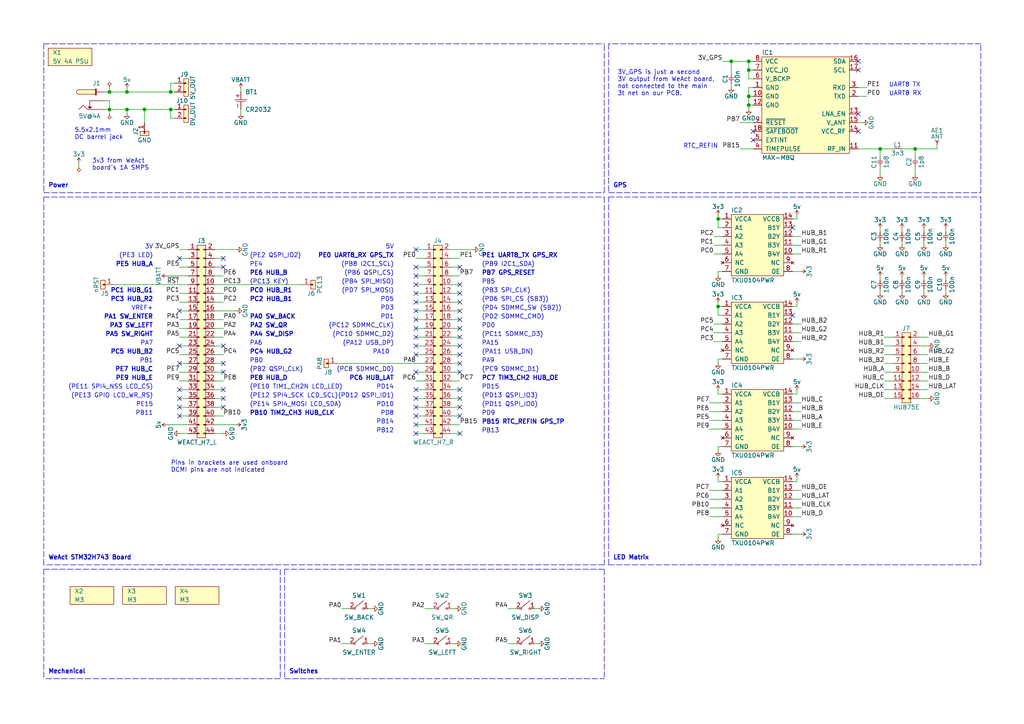
<source format=kicad_sch>
(kicad_sch (version 20210621) (generator eeschema)
  (paper "A4")
  (title_block (title "WalkClock") (date "2021-11-02") (rev "1"))
  (bus_alias "HUB75E" (members "R1" "G1" "B1" "R2" "G2" "B2" "A" "B" "C" "D" "E" "CLK" "LAT" "OE"))
  (junction (at 36.83 31.75) (diameter 0.9144))
  (junction (at 212.09 17.78))
  (junction (at 41.91 31.75) (diameter 0.9144))
  (junction (at 31.75 31.75) (diameter 0.9144))
  (junction (at 208.28 63.5) (diameter 0.9144))
  (junction (at 49.53 26.67) (diameter 0.9144))
  (junction (at 208.28 88.9) (diameter 0.9144))
  (junction (at 265.43 43.18) (diameter 0.9144))
  (junction (at 49.53 31.75) (diameter 0.9144))
  (junction (at 217.17 30.48) (diameter 0.9144))
  (junction (at 36.83 26.67) (diameter 0.9144))
  (junction (at 31.75 26.67) (diameter 0.9144))
  (junction (at 217.17 20.32) (diameter 0.9144))
  (junction (at 217.17 17.78) (diameter 0.9144))
  (junction (at 217.17 27.94) (diameter 0.9144))
  (junction (at 255.27 43.18) (diameter 0.9144))
  (no_connect (at 133.35 97.79))
  (no_connect (at 52.07 105.41))
  (no_connect (at 64.77 100.33))
  (no_connect (at 120.65 85.09))
  (no_connect (at 133.35 113.03))
  (no_connect (at 133.35 115.57))
  (no_connect (at 52.07 120.65))
  (no_connect (at 133.35 105.41))
  (no_connect (at 120.65 87.63))
  (no_connect (at 229.87 66.04))
  (no_connect (at 248.92 17.78))
  (no_connect (at 218.44 40.64))
  (no_connect (at 120.65 72.39))
  (no_connect (at 120.65 82.55))
  (no_connect (at 248.92 20.32))
  (no_connect (at 52.07 90.17))
  (no_connect (at 64.77 113.03))
  (no_connect (at 120.65 97.79))
  (no_connect (at 120.65 125.73))
  (no_connect (at 248.92 38.1))
  (no_connect (at 120.65 123.19))
  (no_connect (at 120.65 92.71))
  (no_connect (at 52.07 100.33))
  (no_connect (at 133.35 90.17))
  (no_connect (at 64.77 77.47))
  (no_connect (at 248.92 33.02))
  (no_connect (at 133.35 125.73))
  (no_connect (at 218.44 38.1))
  (no_connect (at 64.77 105.41))
  (no_connect (at 64.77 118.11))
  (no_connect (at 133.35 87.63))
  (no_connect (at 52.07 115.57))
  (no_connect (at 133.35 95.25))
  (no_connect (at 64.77 115.57))
  (no_connect (at 52.07 113.03))
  (no_connect (at 133.35 92.71))
  (no_connect (at 133.35 100.33))
  (no_connect (at 120.65 120.65))
  (no_connect (at 120.65 107.95))
  (no_connect (at 133.35 82.55))
  (no_connect (at 120.65 102.87))
  (no_connect (at 133.35 118.11))
  (no_connect (at 120.65 80.01))
  (no_connect (at 133.35 120.65))
  (no_connect (at 133.35 102.87))
  (no_connect (at 133.35 77.47))
  (no_connect (at 120.65 113.03))
  (no_connect (at 120.65 90.17))
  (no_connect (at 64.77 107.95))
  (no_connect (at 64.77 74.93))
  (no_connect (at 133.35 107.95))
  (no_connect (at 120.65 95.25))
  (no_connect (at 120.65 115.57))
  (no_connect (at 133.35 85.09))
  (no_connect (at 120.65 118.11))
  (no_connect (at 229.87 91.44))
  (no_connect (at 120.65 77.47))
  (no_connect (at 52.07 118.11))
  (no_connect (at 120.65 100.33))
  (no_connect (at 52.07 74.93))
  (wire (pts (xy 229.87 78.74) (xy 232.41 78.74)))
  (wire (pts (xy 205.74 142.24) (xy 209.55 142.24)))
  (wire (pts (xy 52.07 105.41) (xy 54.61 105.41)))
  (wire (pts (xy 120.65 110.49) (xy 123.19 110.49)))
  (wire (pts (xy 52.07 110.49) (xy 54.61 110.49)))
  (wire (pts (xy 256.54 97.79) (xy 259.08 97.79)))
  (wire (pts (xy 229.87 96.52) (xy 232.41 96.52)))
  (wire (pts (xy 214.63 35.56) (xy 218.44 35.56)))
  (wire (pts (xy 106.68 186.69) (xy 107.95 186.69)))
  (wire (pts (xy 48.26 123.19) (xy 54.61 123.19)))
  (wire (pts (xy 130.81 110.49) (xy 133.35 110.49)))
  (wire (pts (xy 248.92 43.18) (xy 255.27 43.18)))
  (wire (pts (xy 255.27 43.18) (xy 259.08 43.18)))
  (wire (pts (xy 229.87 144.78) (xy 232.41 144.78)))
  (wire (pts (xy 229.87 119.38) (xy 232.41 119.38)))
  (wire (pts (xy 62.23 85.09) (xy 64.77 85.09)))
  (polyline (pts (xy 12.7 12.7) (xy 12.7 55.88)) (stroke (width 0) (type dash)))
  (polyline (pts (xy 12.7 12.7) (xy 175.26 12.7)) (stroke (width 0) (type dash)))
  (polyline (pts (xy 12.7 55.88) (xy 175.26 55.88)) (stroke (width 0) (type dash)))
  (polyline (pts (xy 175.26 55.88) (xy 175.26 12.7)) (stroke (width 0) (type dash)))
  (wire (pts (xy 256.54 115.57) (xy 259.08 115.57)))
  (wire (pts (xy 229.87 154.94) (xy 232.41 154.94)))
  (wire (pts (xy 256.54 105.41) (xy 259.08 105.41)))
  (wire (pts (xy 123.19 176.53) (xy 125.73 176.53)))
  (wire (pts (xy 265.43 48.26) (xy 265.43 50.8)))
  (wire (pts (xy 255.27 69.85) (xy 255.27 71.12)))
  (wire (pts (xy 130.81 125.73) (xy 133.35 125.73)))
  (wire (pts (xy 52.07 74.93) (xy 54.61 74.93)))
  (wire (pts (xy 52.07 125.73) (xy 54.61 125.73)))
  (wire (pts (xy 120.65 87.63) (xy 123.19 87.63)))
  (wire (pts (xy 207.01 71.12) (xy 209.55 71.12)))
  (wire (pts (xy 217.17 25.4) (xy 218.44 25.4)))
  (wire (pts (xy 217.17 27.94) (xy 217.17 25.4)))
  (wire (pts (xy 217.17 30.48) (xy 217.17 27.94)))
  (wire (pts (xy 217.17 31.75) (xy 217.17 30.48)))
  (wire (pts (xy 248.92 27.94) (xy 251.46 27.94)))
  (wire (pts (xy 52.07 102.87) (xy 54.61 102.87)))
  (wire (pts (xy 120.65 113.03) (xy 123.19 113.03)))
  (wire (pts (xy 120.65 102.87) (xy 123.19 102.87)))
  (wire (pts (xy 231.14 62.23) (xy 231.14 63.5)))
  (wire (pts (xy 231.14 63.5) (xy 229.87 63.5)))
  (wire (pts (xy 36.83 26.67) (xy 49.53 26.67)))
  (wire (pts (xy 49.53 26.67) (xy 50.8 26.67)))
  (wire (pts (xy 267.97 66.04) (xy 267.97 67.31)))
  (wire (pts (xy 120.65 85.09) (xy 123.19 85.09)))
  (wire (pts (xy 266.7 105.41) (xy 269.24 105.41)))
  (polyline (pts (xy 176.53 12.7) (xy 176.53 55.88)) (stroke (width 0) (type dash)))
  (polyline (pts (xy 284.48 55.88) (xy 284.48 12.7)) (stroke (width 0) (type dash)))
  (polyline (pts (xy 176.53 55.88) (xy 284.48 55.88)) (stroke (width 0) (type dash)))
  (polyline (pts (xy 284.48 12.7) (xy 176.53 12.7)) (stroke (width 0) (type dash)))
  (wire (pts (xy 62.23 92.71) (xy 64.77 92.71)))
  (wire (pts (xy 255.27 66.04) (xy 255.27 67.31)))
  (wire (pts (xy 229.87 68.58) (xy 232.41 68.58)))
  (wire (pts (xy 274.32 80.01) (xy 274.32 81.28)))
  (wire (pts (xy 62.23 95.25) (xy 64.77 95.25)))
  (wire (pts (xy 154.94 176.53) (xy 156.21 176.53)))
  (wire (pts (xy 62.23 77.47) (xy 64.77 77.47)))
  (wire (pts (xy 62.23 113.03) (xy 64.77 113.03)))
  (wire (pts (xy 207.01 68.58) (xy 209.55 68.58)))
  (wire (pts (xy 62.23 118.11) (xy 64.77 118.11)))
  (wire (pts (xy 256.54 102.87) (xy 259.08 102.87)))
  (wire (pts (xy 266.7 102.87) (xy 269.24 102.87)))
  (wire (pts (xy 62.23 107.95) (xy 64.77 107.95)))
  (wire (pts (xy 62.23 110.49) (xy 64.77 110.49)))
  (wire (pts (xy 62.23 74.93) (xy 64.77 74.93)))
  (wire (pts (xy 120.65 107.95) (xy 123.19 107.95)))
  (wire (pts (xy 120.65 118.11) (xy 123.19 118.11)))
  (wire (pts (xy 255.27 80.01) (xy 255.27 81.28)))
  (wire (pts (xy 208.28 87.63) (xy 208.28 88.9)))
  (wire (pts (xy 208.28 88.9) (xy 209.55 88.9)))
  (wire (pts (xy 229.87 147.32) (xy 232.41 147.32)))
  (wire (pts (xy 130.81 92.71) (xy 133.35 92.71)))
  (wire (pts (xy 52.07 100.33) (xy 54.61 100.33)))
  (wire (pts (xy 48.26 80.01) (xy 54.61 80.01)))
  (wire (pts (xy 52.07 95.25) (xy 54.61 95.25)))
  (wire (pts (xy 41.91 31.75) (xy 41.91 35.56)))
  (wire (pts (xy 36.83 31.75) (xy 41.91 31.75)))
  (wire (pts (xy 62.23 102.87) (xy 64.77 102.87)))
  (wire (pts (xy 255.27 48.26) (xy 255.27 50.8)))
  (wire (pts (xy 130.81 107.95) (xy 133.35 107.95)))
  (wire (pts (xy 266.7 110.49) (xy 269.24 110.49)))
  (wire (pts (xy 205.74 116.84) (xy 209.55 116.84)))
  (wire (pts (xy 120.65 82.55) (xy 123.19 82.55)))
  (wire (pts (xy 248.92 25.4) (xy 251.46 25.4)))
  (wire (pts (xy 36.83 26.67) (xy 36.83 25.4)))
  (wire (pts (xy 62.23 97.79) (xy 64.77 97.79)))
  (wire (pts (xy 120.65 74.93) (xy 123.19 74.93)))
  (wire (pts (xy 229.87 142.24) (xy 232.41 142.24)))
  (polyline (pts (xy 176.53 57.15) (xy 284.48 57.15)) (stroke (width 0) (type dash)))
  (polyline (pts (xy 284.48 57.15) (xy 284.48 163.83)) (stroke (width 0) (type dash)))
  (polyline (pts (xy 176.53 163.83) (xy 176.53 57.15)) (stroke (width 0) (type dash)))
  (polyline (pts (xy 176.53 163.83) (xy 284.48 163.83)) (stroke (width 0) (type dash)))
  (wire (pts (xy 120.65 115.57) (xy 123.19 115.57)))
  (wire (pts (xy 130.81 77.47) (xy 133.35 77.47)))
  (wire (pts (xy 120.65 95.25) (xy 123.19 95.25)))
  (wire (pts (xy 212.09 17.78) (xy 217.17 17.78)))
  (wire (pts (xy 208.28 104.14) (xy 209.55 104.14)))
  (wire (pts (xy 208.28 105.41) (xy 208.28 104.14)))
  (wire (pts (xy 120.65 120.65) (xy 123.19 120.65)))
  (wire (pts (xy 261.62 80.01) (xy 261.62 81.28)))
  (wire (pts (xy 97.79 105.41) (xy 123.19 105.41)))
  (wire (pts (xy 217.17 17.78) (xy 218.44 17.78)))
  (wire (pts (xy 62.23 90.17) (xy 68.58 90.17)))
  (wire (pts (xy 214.63 43.18) (xy 218.44 43.18)))
  (wire (pts (xy 130.81 90.17) (xy 133.35 90.17)))
  (wire (pts (xy 62.23 100.33) (xy 64.77 100.33)))
  (wire (pts (xy 120.65 97.79) (xy 123.19 97.79)))
  (wire (pts (xy 106.68 176.53) (xy 107.95 176.53)))
  (wire (pts (xy 147.32 186.69) (xy 149.86 186.69)))
  (wire (pts (xy 256.54 107.95) (xy 259.08 107.95)))
  (wire (pts (xy 130.81 80.01) (xy 133.35 80.01)))
  (wire (pts (xy 33.02 82.55) (xy 54.61 82.55)))
  (wire (pts (xy 266.7 107.95) (xy 269.24 107.95)))
  (wire (pts (xy 205.74 147.32) (xy 209.55 147.32)))
  (wire (pts (xy 120.65 80.01) (xy 123.19 80.01)))
  (wire (pts (xy 123.19 186.69) (xy 125.73 186.69)))
  (wire (pts (xy 52.07 97.79) (xy 54.61 97.79)))
  (wire (pts (xy 120.65 100.33) (xy 123.19 100.33)))
  (wire (pts (xy 205.74 119.38) (xy 209.55 119.38)))
  (wire (pts (xy 147.32 176.53) (xy 149.86 176.53)))
  (wire (pts (xy 99.06 186.69) (xy 101.6 186.69)))
  (wire (pts (xy 130.81 74.93) (xy 133.35 74.93)))
  (wire (pts (xy 52.07 113.03) (xy 54.61 113.03)))
  (wire (pts (xy 130.81 82.55) (xy 133.35 82.55)))
  (wire (pts (xy 248.92 35.56) (xy 250.19 35.56)))
  (wire (pts (xy 62.23 105.41) (xy 64.77 105.41)))
  (wire (pts (xy 52.07 85.09) (xy 54.61 85.09)))
  (wire (pts (xy 30.48 26.67) (xy 31.75 26.67)))
  (wire (pts (xy 31.75 26.67) (xy 36.83 26.67)))
  (wire (pts (xy 261.62 69.85) (xy 261.62 71.12)))
  (wire (pts (xy 271.78 41.91) (xy 271.78 43.18)))
  (wire (pts (xy 130.81 118.11) (xy 133.35 118.11)))
  (wire (pts (xy 130.81 113.03) (xy 133.35 113.03)))
  (wire (pts (xy 52.07 92.71) (xy 54.61 92.71)))
  (wire (pts (xy 62.23 123.19) (xy 68.58 123.19)))
  (wire (pts (xy 130.81 120.65) (xy 133.35 120.65)))
  (wire (pts (xy 231.14 138.43) (xy 231.14 139.7)))
  (wire (pts (xy 231.14 139.7) (xy 229.87 139.7)))
  (wire (pts (xy 255.27 83.82) (xy 255.27 85.09)))
  (polyline (pts (xy 12.7 57.15) (xy 175.26 57.15)) (stroke (width 0) (type dash)))
  (polyline (pts (xy 175.26 163.83) (xy 12.7 163.83)) (stroke (width 0) (type dash)))
  (polyline (pts (xy 175.26 57.15) (xy 175.26 163.83)) (stroke (width 0) (type dash)))
  (polyline (pts (xy 12.7 163.83) (xy 12.7 57.15)) (stroke (width 0) (type dash)))
  (wire (pts (xy 52.07 107.95) (xy 54.61 107.95)))
  (wire (pts (xy 120.65 90.17) (xy 123.19 90.17)))
  (wire (pts (xy 266.7 100.33) (xy 269.24 100.33)))
  (wire (pts (xy 274.32 69.85) (xy 274.32 71.12)))
  (wire (pts (xy 130.81 97.79) (xy 133.35 97.79)))
  (wire (pts (xy 212.09 24.13) (xy 212.09 25.4)))
  (wire (pts (xy 62.23 125.73) (xy 64.77 125.73)))
  (wire (pts (xy 130.81 176.53) (xy 132.08 176.53)))
  (wire (pts (xy 62.23 87.63) (xy 64.77 87.63)))
  (wire (pts (xy 256.54 113.03) (xy 259.08 113.03)))
  (wire (pts (xy 217.17 20.32) (xy 217.17 22.86)))
  (wire (pts (xy 217.17 22.86) (xy 218.44 22.86)))
  (wire (pts (xy 217.17 17.78) (xy 217.17 20.32)))
  (wire (pts (xy 62.23 72.39) (xy 68.58 72.39)))
  (wire (pts (xy 229.87 114.3) (xy 231.14 114.3)))
  (wire (pts (xy 231.14 114.3) (xy 231.14 113.03)))
  (polyline (pts (xy 12.7 165.1) (xy 12.7 196.85)) (stroke (width 0) (type dash)))
  (polyline (pts (xy 12.7 165.1) (xy 81.28 165.1)) (stroke (width 0) (type dash)))
  (polyline (pts (xy 81.28 165.1) (xy 81.28 196.85)) (stroke (width 0) (type dash)))
  (polyline (pts (xy 81.28 196.85) (xy 12.7 196.85)) (stroke (width 0) (type dash)))
  (wire (pts (xy 52.07 87.63) (xy 54.61 87.63)))
  (wire (pts (xy 256.54 100.33) (xy 259.08 100.33)))
  (wire (pts (xy 261.62 43.18) (xy 265.43 43.18)))
  (wire (pts (xy 52.07 118.11) (xy 54.61 118.11)))
  (wire (pts (xy 130.81 186.69) (xy 132.08 186.69)))
  (wire (pts (xy 274.32 66.04) (xy 274.32 67.31)))
  (wire (pts (xy 265.43 43.18) (xy 271.78 43.18)))
  (wire (pts (xy 266.7 97.79) (xy 269.24 97.79)))
  (wire (pts (xy 52.07 72.39) (xy 54.61 72.39)))
  (wire (pts (xy 31.75 31.75) (xy 31.75 33.02)))
  (wire (pts (xy 217.17 30.48) (xy 218.44 30.48)))
  (wire (pts (xy 229.87 88.9) (xy 231.14 88.9)))
  (wire (pts (xy 231.14 88.9) (xy 231.14 87.63)))
  (wire (pts (xy 62.23 82.55) (xy 87.63 82.55)))
  (wire (pts (xy 205.74 124.46) (xy 209.55 124.46)))
  (wire (pts (xy 52.07 115.57) (xy 54.61 115.57)))
  (polyline (pts (xy 175.26 165.1) (xy 175.26 196.85)) (stroke (width 0) (type dash)))
  (polyline (pts (xy 82.55 196.85) (xy 175.26 196.85)) (stroke (width 0) (type dash)))
  (polyline (pts (xy 175.26 165.1) (xy 82.55 165.1)) (stroke (width 0) (type dash)))
  (polyline (pts (xy 82.55 165.1) (xy 82.55 196.85)) (stroke (width 0) (type dash)))
  (wire (pts (xy 209.55 17.78) (xy 212.09 17.78)))
  (wire (pts (xy 208.28 62.23) (xy 208.28 63.5)))
  (wire (pts (xy 208.28 63.5) (xy 209.55 63.5)))
  (wire (pts (xy 267.97 83.82) (xy 267.97 85.09)))
  (wire (pts (xy 229.87 99.06) (xy 232.41 99.06)))
  (wire (pts (xy 130.81 95.25) (xy 133.35 95.25)))
  (wire (pts (xy 229.87 93.98) (xy 232.41 93.98)))
  (wire (pts (xy 261.62 83.82) (xy 261.62 85.09)))
  (wire (pts (xy 120.65 77.47) (xy 123.19 77.47)))
  (wire (pts (xy 52.07 120.65) (xy 54.61 120.65)))
  (wire (pts (xy 50.8 34.29) (xy 49.53 34.29)))
  (wire (pts (xy 49.53 34.29) (xy 49.53 31.75)))
  (wire (pts (xy 205.74 144.78) (xy 209.55 144.78)))
  (wire (pts (xy 208.28 129.54) (xy 209.55 129.54)))
  (wire (pts (xy 208.28 130.81) (xy 208.28 129.54)))
  (wire (pts (xy 130.81 72.39) (xy 137.16 72.39)))
  (wire (pts (xy 120.65 92.71) (xy 123.19 92.71)))
  (wire (pts (xy 52.07 77.47) (xy 54.61 77.47)))
  (wire (pts (xy 208.28 154.94) (xy 209.55 154.94)))
  (wire (pts (xy 208.28 156.21) (xy 208.28 154.94)))
  (wire (pts (xy 31.75 31.75) (xy 36.83 31.75)))
  (wire (pts (xy 30.48 31.75) (xy 31.75 31.75)))
  (wire (pts (xy 130.81 85.09) (xy 133.35 85.09)))
  (wire (pts (xy 62.23 115.57) (xy 64.77 115.57)))
  (wire (pts (xy 120.65 125.73) (xy 123.19 125.73)))
  (wire (pts (xy 36.83 33.02) (xy 36.83 31.75)))
  (wire (pts (xy 229.87 149.86) (xy 232.41 149.86)))
  (wire (pts (xy 256.54 110.49) (xy 259.08 110.49)))
  (wire (pts (xy 120.65 72.39) (xy 123.19 72.39)))
  (wire (pts (xy 229.87 121.92) (xy 232.41 121.92)))
  (wire (pts (xy 229.87 116.84) (xy 232.41 116.84)))
  (wire (pts (xy 274.32 83.82) (xy 274.32 85.09)))
  (wire (pts (xy 229.87 129.54) (xy 232.41 129.54)))
  (wire (pts (xy 212.09 17.78) (xy 212.09 21.59)))
  (wire (pts (xy 130.81 105.41) (xy 133.35 105.41)))
  (wire (pts (xy 130.81 100.33) (xy 133.35 100.33)))
  (wire (pts (xy 208.28 91.44) (xy 208.28 88.9)))
  (wire (pts (xy 209.55 91.44) (xy 208.28 91.44)))
  (wire (pts (xy 52.07 90.17) (xy 54.61 90.17)))
  (wire (pts (xy 207.01 73.66) (xy 209.55 73.66)))
  (wire (pts (xy 130.81 102.87) (xy 133.35 102.87)))
  (wire (pts (xy 130.81 115.57) (xy 133.35 115.57)))
  (wire (pts (xy 267.97 80.01) (xy 267.97 81.28)))
  (wire (pts (xy 69.85 31.75) (xy 69.85 33.02)))
  (wire (pts (xy 207.01 99.06) (xy 209.55 99.06)))
  (wire (pts (xy 69.85 25.4) (xy 69.85 26.67)))
  (wire (pts (xy 207.01 93.98) (xy 209.55 93.98)))
  (wire (pts (xy 99.06 176.53) (xy 101.6 176.53)))
  (wire (pts (xy 265.43 43.18) (xy 265.43 45.72)))
  (wire (pts (xy 49.53 24.13) (xy 49.53 26.67)))
  (wire (pts (xy 50.8 24.13) (xy 49.53 24.13)))
  (wire (pts (xy 261.62 66.04) (xy 261.62 67.31)))
  (wire (pts (xy 120.65 123.19) (xy 123.19 123.19)))
  (wire (pts (xy 30.48 29.21) (xy 31.75 29.21)))
  (wire (pts (xy 31.75 29.21) (xy 31.75 31.75)))
  (wire (pts (xy 22.86 46.99) (xy 22.86 48.26)))
  (wire (pts (xy 255.27 43.18) (xy 255.27 45.72)))
  (wire (pts (xy 229.87 124.46) (xy 232.41 124.46)))
  (wire (pts (xy 229.87 73.66) (xy 232.41 73.66)))
  (wire (pts (xy 208.28 113.03) (xy 208.28 114.3)))
  (wire (pts (xy 208.28 114.3) (xy 209.55 114.3)))
  (wire (pts (xy 229.87 104.14) (xy 232.41 104.14)))
  (wire (pts (xy 207.01 96.52) (xy 209.55 96.52)))
  (wire (pts (xy 266.7 113.03) (xy 269.24 113.03)))
  (wire (pts (xy 208.28 138.43) (xy 208.28 139.7)))
  (wire (pts (xy 208.28 139.7) (xy 209.55 139.7)))
  (wire (pts (xy 49.53 31.75) (xy 50.8 31.75)))
  (wire (pts (xy 41.91 31.75) (xy 49.53 31.75)))
  (wire (pts (xy 266.7 115.57) (xy 269.24 115.57)))
  (wire (pts (xy 205.74 149.86) (xy 209.55 149.86)))
  (wire (pts (xy 208.28 78.74) (xy 209.55 78.74)))
  (wire (pts (xy 208.28 80.01) (xy 208.28 78.74)))
  (wire (pts (xy 217.17 27.94) (xy 218.44 27.94)))
  (wire (pts (xy 208.28 66.04) (xy 208.28 63.5)))
  (wire (pts (xy 209.55 66.04) (xy 208.28 66.04)))
  (wire (pts (xy 130.81 87.63) (xy 133.35 87.63)))
  (wire (pts (xy 130.81 123.19) (xy 133.35 123.19)))
  (wire (pts (xy 229.87 71.12) (xy 232.41 71.12)))
  (wire (pts (xy 62.23 80.01) (xy 64.77 80.01)))
  (wire (pts (xy 31.75 25.4) (xy 31.75 26.67)))
  (wire (pts (xy 62.23 120.65) (xy 64.77 120.65)))
  (wire (pts (xy 267.97 69.85) (xy 267.97 71.12)))
  (wire (pts (xy 217.17 20.32) (xy 218.44 20.32)))
  (wire (pts (xy 205.74 121.92) (xy 209.55 121.92)))
  (wire (pts (xy 154.94 186.69) (xy 156.21 186.69)))
  (text "(PE11 SPI4_NSS LCD_CS)" (at 44.45 113.03 180) (effects (font (size 1.27 1.27)) (justify right bottom)))
  (text "(PA11 USB_DN)" (at 139.7 102.87 0) (effects (font (size 1.27 1.27)) (justify left bottom)))
  (text "5V" (at 114.3 72.39 180) (effects (font (size 1.27 1.27)) (justify right bottom)))
  (text "PD14" (at 114.3 113.03 180) (effects (font (size 1.27 1.27)) (justify right bottom)))
  (text "PC1 HUB_G1" (at 44.45 85.09 180) (effects (font (size 1.27 1.27) (thickness 0.254) bold) (justify right bottom)))
  (text "5.5x2.1mm\nDC barrel jack" (at 21.59 40.64 0) (effects (font (size 1.27 1.27)) (justify left bottom)))
  (text "PD15" (at 139.7 113.03 0) (effects (font (size 1.27 1.27)) (justify left bottom)))
  (text "Mechanical" (at 13.97 195.58 0) (effects (font (size 1.27 1.27) (thickness 0.254) bold) (justify left bottom)))
  (text "PC2 HUB_B1" (at 72.39 87.63 0) (effects (font (size 1.27 1.27) (thickness 0.254) bold) (justify left bottom)))
  (text "GPS" (at 177.8 54.61 0) (effects (font (size 1.27 1.27) (thickness 0.254) bold) (justify left bottom)))
  (text "(PE13 GPIO LCD_WR_RS)" (at 44.45 115.57 180) (effects (font (size 1.27 1.27)) (justify right bottom)))
  (text "PE8 HUB_D" (at 72.39 110.49 0) (effects (font (size 1.27 1.27) (thickness 0.254) bold) (justify left bottom)))
  (text "UART8 RX" (at 257.81 27.94 0) (effects (font (size 1.27 1.27)) (justify left bottom)))
  (text "(PB2 QSPI_CLK)" (at 72.39 107.95 0) (effects (font (size 1.27 1.27)) (justify left bottom)))
  (text "PA7" (at 44.45 100.33 180) (effects (font (size 1.27 1.27)) (justify right bottom)))
  (text "(PC8 SDMMC_D0)" (at 114.3 107.95 180) (effects (font (size 1.27 1.27)) (justify right bottom)))
  (text "PA3 SW_LEFT" (at 44.45 95.25 180) (effects (font (size 1.27 1.27) (thickness 0.254) bold) (justify right bottom)))
  (text "(PC12 SDMMC_CLK)" (at 114.3 95.25 180) (effects (font (size 1.27 1.27)) (justify right bottom)))
  (text "(PE10 TIM1_CH2N LCD_LED)" (at 72.39 113.03 0) (effects (font (size 1.27 1.27)) (justify left bottom)))
  (text "Switches" (at 83.82 195.58 0) (effects (font (size 1.27 1.27) (thickness 0.254) bold) (justify left bottom)))
  (text "(PC9 SDMMC_D1)" (at 139.7 107.95 0) (effects (font (size 1.27 1.27)) (justify left bottom)))
  (text "(PC11 SDMMC_D3)" (at 139.7 97.79 0) (effects (font (size 1.27 1.27)) (justify left bottom)))
  (text "(PD12 QSPI_IO1)" (at 114.3 115.57 180) (effects (font (size 1.27 1.27)) (justify right bottom)))
  (text "PC3 HUB_R2" (at 44.45 87.63 180) (effects (font (size 1.27 1.27) (thickness 0.254) bold) (justify right bottom)))
  (text "PD9" (at 139.7 120.65 0) (effects (font (size 1.27 1.27)) (justify left bottom)))
  (text "(PD6 SPI_CS (SB3))" (at 139.7 87.63 0) (effects (font (size 1.27 1.27)) (justify left bottom)))
  (text "UART8 TX" (at 257.81 25.4 0) (effects (font (size 1.27 1.27)) (justify left bottom)))
  (text "(PD4 SDMMC_SW (SB2))" (at 139.7 90.17 0) (effects (font (size 1.27 1.27)) (justify left bottom)))
  (text "(PB6 QSPI_CS)" (at 114.3 80.01 180) (effects (font (size 1.27 1.27)) (justify right bottom)))
  (text "3v3 from WeAct\nboard's 1A SMPS" (at 26.67 49.53 0) (effects (font (size 1.27 1.27)) (justify left bottom)))
  (text "(PE12 SPI4_SCK LCD_SCL)" (at 72.39 115.57 0) (effects (font (size 1.27 1.27)) (justify left bottom)))
  (text "PE0 UART8_RX GPS_TX" (at 114.3 74.93 180) (effects (font (size 1.27 1.27) (thickness 0.254) bold) (justify right bottom)))
  (text "PD8" (at 114.3 120.65 180) (effects (font (size 1.27 1.27)) (justify right bottom)))
  (text "PA15" (at 139.7 100.33 0) (effects (font (size 1.27 1.27)) (justify left bottom)))
  (text "PB1" (at 44.45 105.41 180) (effects (font (size 1.27 1.27)) (justify right bottom)))
  (text "(PE2 QSPI_IO2)" (at 72.39 74.93 0) (effects (font (size 1.27 1.27)) (justify left bottom)))
  (text "PE1 UART8_TX GPS_RX" (at 139.7 74.93 0) (effects (font (size 1.27 1.27) (thickness 0.254) bold) (justify left bottom)))
  (text "PE5 HUB_A" (at 44.45 77.47 180) (effects (font (size 1.27 1.27) (thickness 0.254) bold) (justify right bottom)))
  (text "PE6 HUB_B" (at 72.39 80.01 0) (effects (font (size 1.27 1.27) (thickness 0.254) bold) (justify left bottom)))
  (text "PC4 HUB_G2" (at 72.39 102.87 0) (effects (font (size 1.27 1.27) (thickness 0.254) bold) (justify left bottom)))
  (text "PB14" (at 114.2965 123.1248 180) (effects (font (size 1.27 1.27)) (justify right bottom)))
  (text "PA10" (at 113.03 102.87 180) (effects (font (size 1.27 1.27)) (justify right bottom)))
  (text "(PD11 QSPI_IO0)" (at 139.7 118.11 0) (effects (font (size 1.27 1.27)) (justify left bottom)))
  (text "PA6" (at 72.39 100.33 0) (effects (font (size 1.27 1.27)) (justify left bottom)))
  (text "(PB8 I2C1_SCL)" (at 114.3 77.47 180) (effects (font (size 1.27 1.27)) (justify right bottom)))
  (text "Pins in brackets are used onboard\nDCMI pins are not indicated" (at 49.53 137.16 0) (effects (font (size 1.27 1.27)) (justify left bottom)))
  (text "PA1 SW_ENTER" (at 44.45 92.71 180) (effects (font (size 1.27 1.27) (thickness 0.254) bold) (justify right bottom)))
  (text "(PB9 I2C1_SDA)" (at 139.7 77.47 0) (effects (font (size 1.27 1.27)) (justify left bottom)))
  (text "PD10" (at 114.3 118.11 180) (effects (font (size 1.27 1.27)) (justify right bottom)))
  (text "PC5 HUB_B2" (at 44.45 102.87 180) (effects (font (size 1.27 1.27) (thickness 0.254) bold) (justify right bottom)))
  (text "3V_GPS is just a second\n3V output from WeAct board,\nnot connected to the main\n3t net on our PCB." (at 179.07 27.94 0) (effects (font (size 1.27 1.27)) (justify left bottom)))
  (text "PD3" (at 114.2965 90.1122 180) (effects (font (size 1.27 1.27)) (justify right bottom)))
  (text "PA4 SW_DISP" (at 72.39 97.79 0) (effects (font (size 1.27 1.27) (thickness 0.254) bold) (justify left bottom)))
  (text "PB0" (at 72.39 105.41 0) (effects (font (size 1.27 1.27)) (justify left bottom)))
  (text "3V" (at 44.45 72.39 180) (effects (font (size 1.27 1.27)) (justify right bottom)))
  (text "PB15 RTC_REFIN GPS_TP" (at 139.7 123.19 0) (effects (font (size 1.27 1.27) (thickness 0.254) bold) (justify left bottom)))
  (text "(PD13 QSPI_IO3)" (at 139.7 115.57 0) (effects (font (size 1.27 1.27)) (justify left bottom)))
  (text "PB11" (at 44.437 120.634 180) (effects (font (size 1.27 1.27)) (justify right bottom)))
  (text "(PB4 SPI_MISO)" (at 114.3 82.55 180) (effects (font (size 1.27 1.27)) (justify right bottom)))
  (text "PB5" (at 139.7 82.55 0) (effects (font (size 1.27 1.27)) (justify left bottom)))
  (text "PD5" (at 114.3 87.63 180) (effects (font (size 1.27 1.27)) (justify right bottom)))
  (text "PB7 GPS_RESET" (at 139.7 80.01 0) (effects (font (size 1.27 1.27) (thickness 0.254) bold) (justify left bottom)))
  (text "PA9" (at 139.7 105.41 0) (effects (font (size 1.27 1.27)) (justify left bottom)))
  (text "(PC10 SDMMC_D2)" (at 114.3 97.79 180) (effects (font (size 1.27 1.27)) (justify right bottom)))
  (text "PA5 SW_RIGHT" (at 44.45 97.79 180) (effects (font (size 1.27 1.27) (thickness 0.254) bold) (justify right bottom)))
  (text "PE7 HUB_C" (at 44.45 107.95 180) (effects (font (size 1.27 1.27) (thickness 0.254) bold) (justify right bottom)))
  (text "PC0 HUB_R1" (at 72.39 85.09 0) (effects (font (size 1.27 1.27) (thickness 0.254) bold) (justify left bottom)))
  (text "PA2 SW_QR" (at 72.39 95.25 0) (effects (font (size 1.27 1.27) (thickness 0.254) bold) (justify left bottom)))
  (text "PB12" (at 114.2965 125.7072 180) (effects (font (size 1.27 1.27)) (justify right bottom)))
  (text "PC6 HUB_LAT" (at 114.3 110.49 180) (effects (font (size 1.27 1.27) (thickness 0.254) bold) (justify right bottom)))
  (text "PE4" (at 72.39 77.47 0) (effects (font (size 1.27 1.27)) (justify left bottom)))
  (text "LED Matrix" (at 177.8 162.56 0) (effects (font (size 1.27 1.27) (thickness 0.254) bold) (justify left bottom)))
  (text "(PD2 SDMMC_CMD)" (at 139.7 92.71 0) (effects (font (size 1.27 1.27)) (justify left bottom)))
  (text "PB13" (at 139.7 125.73 0) (effects (font (size 1.27 1.27)) (justify left bottom)))
  (text "(PC13 KEY)" (at 72.39 82.55 0) (effects (font (size 1.27 1.27)) (justify left bottom)))
  (text "PE15" (at 44.45 118.11 180) (effects (font (size 1.27 1.27)) (justify right bottom)))
  (text "(PE14 SPI4_MOSI LCD_SDA)" (at 72.39 118.11 0) (effects (font (size 1.27 1.27)) (justify left bottom)))
  (text "VREF+" (at 44.45 90.17 180) (effects (font (size 1.27 1.27)) (justify right bottom)))
  (text "(PA12 USB_DP)" (at 114.3 100.33 180) (effects (font (size 1.27 1.27)) (justify right bottom)))
  (text "PD1" (at 114.2965 92.6946 180) (effects (font (size 1.27 1.27)) (justify right bottom)))
  (text "RTC_REFIN" (at 208.28 43.18 180) (effects (font (size 1.27 1.27)) (justify right bottom)))
  (text "PB10 TIM2_CH3 HUB_CLK" (at 72.39 120.65 0) (effects (font (size 1.27 1.27) (thickness 0.254) bold) (justify left bottom)))
  (text "WeAct STM32H743 Board" (at 13.97 162.56 0) (effects (font (size 1.27 1.27) (thickness 0.254) bold) (justify left bottom)))
  (text "PE9 HUB_E" (at 44.45 110.49 180) (effects (font (size 1.27 1.27) (thickness 0.254) bold) (justify right bottom)))
  (text "PD0" (at 139.7 95.25 0) (effects (font (size 1.27 1.27)) (justify left bottom)))
  (text "(PE3 LED)" (at 44.45 74.93 180) (effects (font (size 1.27 1.27)) (justify right bottom)))
  (text "(PB3 SPI_CLK)" (at 139.7 85.09 0) (effects (font (size 1.27 1.27)) (justify left bottom)))
  (text "PA0 SW_BACK" (at 72.39 92.71 0) (effects (font (size 1.27 1.27) (thickness 0.254) bold) (justify left bottom)))
  (text "(PD7 SPI_MOSI)" (at 114.3 85.09 180) (effects (font (size 1.27 1.27)) (justify right bottom)))
  (text "PC7 TIM3_CH2 HUB_OE" (at 139.7 110.49 0) (effects (font (size 1.27 1.27) (thickness 0.254) bold) (justify left bottom)))
  (text "Power" (at 13.97 54.61 0) (effects (font (size 1.27 1.27) (thickness 0.254) bold) (justify left bottom)))
  (label "HUB_B" (at 232.41 119.38 0))
  (label "HUB_R1" (at 256.54 97.79 180))
  (label "PE8" (at 64.77 110.49 0))
  (label "HUB_A" (at 256.54 107.95 180))
  (label "PE0" (at 251.46 27.94 0))
  (label "PA5" (at 52.07 97.79 180))
  (label "PC2" (at 207.01 68.58 180))
  (label "HUB_LAT" (at 269.24 113.03 0))
  (label "PA0" (at 99.06 176.53 180))
  (label "PC6" (at 120.65 110.49 180))
  (label "HUB_D" (at 269.24 110.49 0))
  (label "PC4" (at 207.01 96.52 180))
  (label "HUB_C" (at 232.41 116.84 0))
  (label "PC5" (at 207.01 93.98 180))
  (label "PC6" (at 205.74 144.78 180))
  (label "PE5" (at 205.74 121.92 180))
  (label "PA1" (at 52.07 92.71 180))
  (label "PE1" (at 133.35 74.93 0))
  (label "PC2" (at 64.77 87.63 0))
  (label "HUB_E" (at 269.24 105.41 0))
  (label "HUB_B2" (at 232.41 93.98 0))
  (label "PA2" (at 64.77 95.25 0))
  (label "~{RST}" (at 52.07 82.55 180))
  (label "HUB_OE" (at 256.54 115.57 180))
  (label "HUB_G1" (at 269.24 97.79 0))
  (label "PA4" (at 147.32 176.53 180))
  (label "PE5" (at 52.07 77.47 180))
  (label "HUB_OE" (at 232.41 142.24 0))
  (label "PE8" (at 205.74 149.86 180))
  (label "PA3" (at 52.07 95.25 180))
  (label "PC0" (at 207.01 73.66 180))
  (label "HUB_B" (at 269.24 107.95 0))
  (label "HUB_R1" (at 232.41 73.66 0))
  (label "3V_GPS" (at 52.07 72.39 180))
  (label "PB15" (at 214.63 43.18 180))
  (label "PE9" (at 52.07 110.49 180))
  (label "PE7" (at 52.07 107.95 180))
  (label "HUB_B1" (at 256.54 100.33 180))
  (label "HUB_A" (at 232.41 121.92 0))
  (label "PC7" (at 133.35 110.49 0))
  (label "PC0" (at 64.77 85.09 0))
  (label "PE1" (at 251.46 25.4 0))
  (label "PC1" (at 207.01 71.12 180))
  (label "PA2" (at 123.19 176.53 180))
  (label "HUB_B2" (at 256.54 105.41 180))
  (label "HUB_CLK" (at 232.41 147.32 0))
  (label "PC1" (at 52.07 85.09 180))
  (label "HUB_D" (at 232.41 149.86 0))
  (label "HUB_B1" (at 232.41 68.58 0))
  (label "PC13" (at 64.77 82.55 0))
  (label "HUB_R2" (at 256.54 102.87 180))
  (label "PE9" (at 205.74 124.46 180))
  (label "PE6" (at 64.77 80.01 0))
  (label "HUB_R2" (at 232.41 99.06 0))
  (label "PB7" (at 133.35 80.01 0))
  (label "PC5" (at 52.07 102.87 180))
  (label "PB10" (at 205.74 147.32 180))
  (label "PE0" (at 120.65 74.93 180))
  (label "PB10" (at 64.77 120.65 0))
  (label "PE6" (at 205.74 119.38 180))
  (label "PC7" (at 205.74 142.24 180))
  (label "HUB_C" (at 256.54 110.49 180))
  (label "PA1" (at 99.06 186.69 180))
  (label "HUB_G2" (at 232.41 96.52 0))
  (label "PB7" (at 214.63 35.56 180))
  (label "HUB_CLK" (at 256.54 113.03 180))
  (label "3V_GPS" (at 209.55 17.78 180))
  (label "PC4" (at 64.77 102.87 0))
  (label "HUB_LAT" (at 232.41 144.78 0))
  (label "PA3" (at 123.19 186.69 180))
  (label "PA8" (at 120.65 105.41 180))
  (label "PC3" (at 52.07 87.63 180))
  (label "PA0" (at 64.77 92.71 0))
  (label "HUB_G2" (at 269.24 102.87 0))
  (label "PE7" (at 205.74 116.84 180))
  (label "HUB_E" (at 232.41 124.46 0))
  (label "PB15" (at 133.35 123.19 0))
  (label "PA4" (at 64.77 97.79 0))
  (label "PA5" (at 147.32 186.69 180))
  (label "PC3" (at 207.01 99.06 180))
  (label "HUB_G1" (at 232.41 71.12 0))
  (symbol (lib_id "agg:GND") (at 274.32 71.12 0) (unit 1)
    (property "Reference" "#PWR019" (effects hide))
    (property "Value" "GND" (at 274.32 73.66 0))
  )
  (symbol (lib_id "agg:5v") (at 36.83 25.4 0) (unit 1)
    (property "Reference" "#PWR03" (effects hide))
    (property "Value" "5v" (at 36.83 23.114 0))
  )
  (symbol (lib_id "agg:GND") (at 156.21 176.53 90) (unit 1)
    (property "Reference" "#PWR056" (effects hide))
    (property "Value" "GND" (at 158.75 176.53 0))
  )
  (symbol (lib_id "agg:5v") (at 231.14 87.63 0) (unit 1)
    (property "Reference" "#PWR036" (effects hide))
    (property "Value" "5v" (at 231.14 85.344 0))
  )
  (symbol (lib_id "agg:C") (at 274.32 83.82 90) (unit 1)
    (property "Reference" "C10" (at 272.542 82.55 0))
    (property "Value" "100n" (at 276.098 82.55 0))
    (property "Footprint" "ael:0402" (effects hide))
    (property "Mouser" "963-TMK105BJ104KV8F" (effects hide))
  )
  (symbol (lib_id "agg:PART") (at 20.32 173.99 0) (unit 1)
    (property "Reference" "X2" (at 21.59 171.45 0) (effects (justify left)))
    (property "Value" "M3" (at 21.59 173.99 0) (effects (justify left)))
    (property "Footprint" "agg:M3_HOLE" (effects hide))
  )
  (symbol (lib_id "agg:CONN_01x02") (at 53.34 24.13 0) (mirror y) (unit 1)
    (property "Reference" "J9" (at 54.61 21.59 0) (effects (justify left)))
    (property "Value" "5V_OUT" (at 55.88 25.4 90))
    (property "Footprint" "agg:SIL-254P-02" (effects hide))
  )
  (symbol (lib_id "agg:SWITCH_SPST") (at 128.27 186.69 0) (unit 1)
    (property "Reference" "SW5" (at 128.27 182.88 0))
    (property "Value" "SW_LEFT" (at 128.27 189.23 0))
    (property "Footprint" "agg:SW_MOM_6X6" (effects hide))
    (property "Mouser" "179-TS046670BK260SMT" (effects hide))
  )
  (symbol (lib_id "agg:L") (at 259.08 43.18 0) (unit 1)
    (property "Reference" "L1" (at 260.35 41.91 0))
    (property "Value" "3n3" (at 260.35 44.45 0))
    (property "Footprint" "agg:0402" (effects hide))
    (property "RS" "792-6441" (effects hide))
    (property "Mouser" "81-LQW15AN3N3D10D" (effects hide))
  )
  (symbol (lib_id "agg:GND") (at 132.08 176.53 90) (unit 1)
    (property "Reference" "#PWR055" (effects hide))
    (property "Value" "GND" (at 134.62 176.53 0))
  )
  (symbol (lib_id "agg:5v") (at 231.14 138.43 0) (unit 1)
    (property "Reference" "#PWR051" (effects hide))
    (property "Value" "5v" (at 231.14 136.144 0))
  )
  (symbol (lib_id "agg:PART") (at 13.97 17.78 0) (unit 1) (on_board no)
    (property "Reference" "X1" (at 15.24 15.24 0) (effects (justify left)))
    (property "Value" "5V 4A PSU" (at 15.24 17.78 0) (effects (justify left)))
    (property "Mouser" "418-TRE25050U11G02VI" (effects hide))
  )
  (symbol (lib_id "agg:CELL") (at 69.85 29.21 0) (unit 1)
    (property "Reference" "BT1" (at 71.12 26.67 0) (effects (justify left)))
    (property "Value" "CR2032" (at 71.12 31.75 0) (effects (justify left)))
    (property "Footprint" "agg:KEYSTONE_103" (effects hide))
  )
  (symbol (lib_id "agg:GND") (at 267.97 85.09 0) (unit 1)
    (property "Reference" "#PWR033" (effects hide))
    (property "Value" "GND" (at 267.97 87.63 0))
  )
  (symbol (lib_id "agg:PWR") (at 31.75 25.4 0) (unit 1)
    (property "Reference" "#FLG01" (effects hide))
    (property "Value" "PWR" (effects hide))
  )
  (symbol (lib_id "agg:3v3") (at 267.97 66.04 0) (unit 1)
    (property "Reference" "#PWR014" (effects hide))
    (property "Value" "3v3" (at 267.97 63.754 0))
  )
  (symbol (lib_id "agg:SWITCH_SPST") (at 152.4 176.53 0) (unit 1)
    (property "Reference" "SW3" (at 152.4 172.72 0))
    (property "Value" "SW_DISP" (at 152.4 179.07 0))
    (property "Footprint" "agg:SW_MOM_6X6" (effects hide))
    (property "Mouser" "179-TS046670BK260SMT" (effects hide))
  )
  (symbol (lib_id "agg:5v") (at 231.14 113.03 0) (unit 1)
    (property "Reference" "#PWR042" (effects hide))
    (property "Value" "5v" (at 231.14 110.744 0))
  )
  (symbol (lib_id "agg:3v3") (at 208.28 62.23 0) (unit 1)
    (property "Reference" "#PWR010" (effects hide))
    (property "Value" "3v3" (at 208.28 59.944 0))
  )
  (symbol (lib_id "agg:3v3") (at 68.58 123.19 270) (unit 1)
    (property "Reference" "#PWR045" (effects hide))
    (property "Value" "3v3" (at 70.866 123.19 0))
  )
  (symbol (lib_id "agg:BarrelJack") (at 30.48 26.67 0) (mirror y) (unit 1)
    (property "Reference" "J1" (at 29.21 24.13 0) (effects (justify left)))
    (property "Value" "5V@4A" (at 29.21 33.655 0) (effects (justify left)))
    (property "Footprint" "agg:BARRELJACK" (effects hide))
  )
  (symbol (lib_id "agg:3v3") (at 208.28 87.63 0) (unit 1)
    (property "Reference" "#PWR035" (effects hide))
    (property "Value" "3v3" (at 208.28 85.344 0))
  )
  (symbol (lib_id "agg:GND") (at 261.62 71.12 0) (unit 1)
    (property "Reference" "#PWR017" (effects hide))
    (property "Value" "GND" (at 261.62 73.66 0))
  )
  (symbol (lib_id "agg:GND") (at 269.24 100.33 90) (unit 1)
    (property "Reference" "#PWR038" (effects hide))
    (property "Value" "GND" (at 271.78 100.33 0))
  )
  (symbol (lib_id "agg:GND") (at 107.95 176.53 90) (unit 1)
    (property "Reference" "#PWR054" (effects hide))
    (property "Value" "GND" (at 110.49 176.53 0))
  )
  (symbol (lib_id "agg:C") (at 267.97 69.85 90) (unit 1)
    (property "Reference" "C5" (at 266.192 68.58 0))
    (property "Value" "100n" (at 269.748 68.58 0))
    (property "Footprint" "ael:0402" (effects hide))
    (property "Mouser" "963-TMK105BJ104KV8F" (effects hide))
  )
  (symbol (lib_id "agg:GND") (at 265.43 50.8 0) (unit 1)
    (property "Reference" "#PWR08" (effects hide))
    (property "Value" "GND" (at 265.43 53.34 0))
  )
  (symbol (lib_id "agg:CONN_02x08") (at 264.16 97.79 0) (unit 1)
    (property "Reference" "J7" (at 261.62 95.25 0) (effects (justify left)))
    (property "Value" "HUB75E" (at 262.89 118.11 0))
    (property "Footprint" "agg:DIL-254P-16" (effects hide))
    (property "Mouser" "200-SSW10801FD" (effects hide))
  )
  (symbol (lib_id "agg:C") (at 255.27 48.26 90) (unit 1)
    (property "Reference" "C11" (at 253.492 46.99 0))
    (property "Value" "1p8" (at 257.048 46.99 0))
    (property "Footprint" "agg:0402" (effects hide))
    (property "Mouser" "80-CBR04C189A5GAC" (effects hide))
  )
  (symbol (lib_id "agg:VBATT") (at 48.26 80.01 90) (unit 1)
    (property "Reference" "#PWR025" (effects hide))
    (property "Value" "VBATT" (at 45.974 80.01 0))
  )
  (symbol (lib_id "agg:CONN_01x01") (at 41.91 38.1 90) (unit 1)
    (property "Reference" "J2" (at 39.37 39.37 0) (effects (justify left)))
    (property "Value" "GND" (at 41.91 40.64 90))
    (property "Footprint" "agg:SIL-254P-01" (effects hide))
  )
  (symbol (lib_id "agg:5v") (at 255.27 80.01 0) (unit 1)
    (property "Reference" "#PWR027" (effects hide))
    (property "Value" "5v" (at 255.27 77.724 0))
  )
  (symbol (lib_id "agg:C") (at 255.27 83.82 90) (unit 1)
    (property "Reference" "C7" (at 253.492 82.55 0))
    (property "Value" "100n" (at 257.048 82.55 0))
    (property "Footprint" "ael:0402" (effects hide))
    (property "Mouser" "963-TMK105BJ104KV8F" (effects hide))
  )
  (symbol (lib_id "agg:TXU0104PWR") (at 219.71 96.52 0) (unit 1)
    (property "Reference" "IC3" (at 212.09 86.36 0) (effects (justify left)))
    (property "Value" "TXU0104PWR" (at 212.09 106.68 0) (effects (justify left)))
    (property "Footprint" "agg:TSSOP-14" (effects hide))
    (property "Datasheet" "https://www.ti.com/lit/ds/symlink/txu0104.pdf" (effects hide))
    (property "Mouser" "595-TXU0104PWR" (effects hide))
  )
  (symbol (lib_id "agg:PWR") (at 31.75 33.02 180) (unit 1)
    (property "Reference" "#FLG02" (effects hide))
    (property "Value" "PWR" (effects hide))
  )
  (symbol (lib_id "agg:3v3") (at 255.27 66.04 0) (unit 1)
    (property "Reference" "#PWR012" (effects hide))
    (property "Value" "3v3" (at 255.27 63.754 0))
  )
  (symbol (lib_id "agg:C") (at 255.27 69.85 90) (unit 1)
    (property "Reference" "C3" (at 253.492 68.58 0))
    (property "Value" "100n" (at 257.048 68.58 0))
    (property "Footprint" "ael:0402" (effects hide))
    (property "Mouser" "963-TMK105BJ104KV8F" (effects hide))
  )
  (symbol (lib_id "agg:GND") (at 274.32 85.09 0) (unit 1)
    (property "Reference" "#PWR034" (effects hide))
    (property "Value" "GND" (at 274.32 87.63 0))
  )
  (symbol (lib_id "agg:3v3") (at 261.62 66.04 0) (unit 1)
    (property "Reference" "#PWR013" (effects hide))
    (property "Value" "3v3" (at 261.62 63.754 0))
  )
  (symbol (lib_id "agg:CONN_01x01") (at 90.17 82.55 180) (unit 1)
    (property "Reference" "J6" (at 91.44 85.09 0) (effects (justify left)))
    (property "Value" "PC13" (at 92.71 82.55 90))
    (property "Footprint" "agg:SIL-254P-01" (effects hide))
  )
  (symbol (lib_id "agg:TXU0104PWR") (at 219.71 71.12 0) (unit 1)
    (property "Reference" "IC2" (at 212.09 60.96 0) (effects (justify left)))
    (property "Value" "TXU0104PWR" (at 212.09 81.28 0) (effects (justify left)))
    (property "Footprint" "agg:TSSOP-14" (effects hide))
    (property "Datasheet" "https://www.ti.com/lit/ds/symlink/txu0104.pdf" (effects hide))
    (property "Mouser" "595-TXU0104PWR" (effects hide))
  )
  (symbol (lib_id "agg:GND") (at 64.77 125.73 90) (unit 1)
    (property "Reference" "#PWR047" (effects hide))
    (property "Value" "GND" (at 67.31 125.73 0))
  )
  (symbol (lib_id "agg:MAX-M8Q") (at 233.68 30.48 0) (unit 1)
    (property "Reference" "IC1" (at 220.98 15.24 0) (effects (justify left)))
    (property "Value" "MAX-M8Q" (at 220.98 45.72 0) (effects (justify left)))
    (property "Footprint" "agg:MAX-M8Q" (effects hide))
    (property "Datasheet" "https://www.u-blox.com/sites/default/files/MAX-M8-FW3_DataSheet_%28UBX-15031506%29.pdf" (effects hide))
  )
  (symbol (lib_id "agg:SWITCH_SPST") (at 104.14 186.69 0) (unit 1)
    (property "Reference" "SW4" (at 104.14 182.88 0))
    (property "Value" "SW_ENTER" (at 104.14 189.23 0))
    (property "Footprint" "agg:SW_MOM_6X6" (effects hide))
    (property "Mouser" "179-TS046670BK260SMT" (effects hide))
  )
  (symbol (lib_id "agg:PART") (at 50.8 173.99 0) (unit 1)
    (property "Reference" "X4" (at 52.07 171.45 0) (effects (justify left)))
    (property "Value" "M3" (at 52.07 173.99 0) (effects (justify left)))
    (property "Footprint" "agg:M3_HOLE" (effects hide))
  )
  (symbol (lib_id "agg:GND") (at 267.97 71.12 0) (unit 1)
    (property "Reference" "#PWR018" (effects hide))
    (property "Value" "GND" (at 267.97 73.66 0))
  )
  (symbol (lib_id "agg:GND") (at 255.27 50.8 0) (unit 1)
    (property "Reference" "#PWR061" (effects hide))
    (property "Value" "GND" (at 255.27 53.34 0))
  )
  (symbol (lib_id "agg:5v") (at 274.32 80.01 0) (unit 1)
    (property "Reference" "#PWR030" (effects hide))
    (property "Value" "5v" (at 274.32 77.724 0))
  )
  (symbol (lib_id "agg:3v3") (at 208.28 113.03 0) (unit 1)
    (property "Reference" "#PWR041" (effects hide))
    (property "Value" "3v3" (at 208.28 110.744 0))
  )
  (symbol (lib_id "agg:TXU0104PWR") (at 219.71 121.92 0) (unit 1)
    (property "Reference" "IC4" (at 212.09 111.76 0) (effects (justify left)))
    (property "Value" "TXU0104PWR" (at 212.09 132.08 0) (effects (justify left)))
    (property "Footprint" "agg:TSSOP-14" (effects hide))
    (property "Datasheet" "https://www.ti.com/lit/ds/symlink/txu0104.pdf" (effects hide))
    (property "Mouser" "595-TXU0104PWR" (effects hide))
  )
  (symbol (lib_id "agg:GND") (at 208.28 130.81 0) (unit 1)
    (property "Reference" "#PWR049" (effects hide))
    (property "Value" "GND" (at 208.28 133.35 0))
  )
  (symbol (lib_id "agg:3v3") (at 22.86 46.99 0) (unit 1)
    (property "Reference" "#PWR0101" (effects hide))
    (property "Value" "3v3" (at 22.86 44.704 0))
  )
  (symbol (lib_id "agg:CONN_01x02") (at 53.34 31.75 0) (mirror y) (unit 1)
    (property "Reference" "J10" (at 54.61 29.21 0) (effects (justify left)))
    (property "Value" "0V_OUT" (at 55.88 33.02 90))
    (property "Footprint" "agg:SIL-254P-02" (effects hide))
  )
  (symbol (lib_id "agg:PART") (at 35.56 173.99 0) (unit 1)
    (property "Reference" "X3" (at 36.83 171.45 0) (effects (justify left)))
    (property "Value" "M3" (at 36.83 173.99 0) (effects (justify left)))
    (property "Footprint" "agg:M3_HOLE" (effects hide))
  )
  (symbol (lib_id "agg:GND") (at 137.16 72.39 90) (unit 1)
    (property "Reference" "#PWR023" (effects hide))
    (property "Value" "GND" (at 139.7 72.39 0))
  )
  (symbol (lib_id "agg:GND") (at 208.28 105.41 0) (unit 1)
    (property "Reference" "#PWR040" (effects hide))
    (property "Value" "GND" (at 208.28 107.95 0))
  )
  (symbol (lib_id "agg:GND") (at 255.27 71.12 0) (unit 1)
    (property "Reference" "#PWR016" (effects hide))
    (property "Value" "GND" (at 255.27 73.66 0))
  )
  (symbol (lib_id "agg:GND") (at 212.09 25.4 0) (unit 1)
    (property "Reference" "#PWR04" (effects hide))
    (property "Value" "GND" (at 212.09 27.94 0))
  )
  (symbol (lib_id "agg:GND") (at 132.08 186.69 90) (unit 1)
    (property "Reference" "#PWR058" (effects hide))
    (property "Value" "GND" (at 134.62 186.69 0))
  )
  (symbol (lib_id "agg:GND") (at 255.27 85.09 0) (unit 1)
    (property "Reference" "#PWR031" (effects hide))
    (property "Value" "GND" (at 255.27 87.63 0))
  )
  (symbol (lib_id "agg:GND") (at 52.07 125.73 270) (unit 1)
    (property "Reference" "#PWR046" (effects hide))
    (property "Value" "GND" (at 49.53 125.73 0))
  )
  (symbol (lib_id "agg:3v3") (at 232.41 129.54 270) (unit 1)
    (property "Reference" "#PWR048" (effects hide))
    (property "Value" "3v3" (at 234.696 129.54 0))
  )
  (symbol (lib_id "agg:GND") (at 69.85 33.02 0) (unit 1)
    (property "Reference" "#PWR060" (effects hide))
    (property "Value" "GND" (at 69.85 35.56 0))
  )
  (symbol (lib_id "agg:3v3") (at 208.28 138.43 0) (unit 1)
    (property "Reference" "#PWR050" (effects hide))
    (property "Value" "3v3" (at 208.28 136.144 0))
  )
  (symbol (lib_id "agg:GND") (at 68.58 72.39 90) (unit 1)
    (property "Reference" "#PWR021" (effects hide))
    (property "Value" "GND" (at 71.12 72.39 0))
  )
  (symbol (lib_id "agg:VBATT") (at 69.85 25.4 0) (unit 1)
    (property "Reference" "#PWR09" (effects hide))
    (property "Value" "VBATT" (at 69.85 23.114 0))
  )
  (symbol (lib_id "agg:GND") (at 156.21 186.69 90) (unit 1)
    (property "Reference" "#PWR059" (effects hide))
    (property "Value" "GND" (at 158.75 186.69 0))
  )
  (symbol (lib_id "agg:GND") (at 261.62 85.09 0) (unit 1)
    (property "Reference" "#PWR032" (effects hide))
    (property "Value" "GND" (at 261.62 87.63 0))
  )
  (symbol (lib_id "agg:5v") (at 231.14 62.23 0) (unit 1)
    (property "Reference" "#PWR011" (effects hide))
    (property "Value" "5v" (at 231.14 59.944 0))
  )
  (symbol (lib_id "agg:SWITCH_SPST") (at 152.4 186.69 0) (unit 1)
    (property "Reference" "SW6" (at 152.4 182.88 0))
    (property "Value" "SW_RIGHT" (at 152.4 189.23 0))
    (property "Footprint" "agg:SW_MOM_6X6" (effects hide))
    (property "Mouser" "179-TS046670BK260SMT" (effects hide))
  )
  (symbol (lib_id "agg:SWITCH_SPST") (at 104.14 176.53 0) (unit 1)
    (property "Reference" "SW1" (at 104.14 172.72 0))
    (property "Value" "SW_BACK" (at 104.14 179.07 0))
    (property "Footprint" "agg:SW_MOM_6X6" (effects hide))
    (property "Mouser" "179-TS046670BK260SMT" (effects hide))
  )
  (symbol (lib_id "agg:C") (at 267.97 83.82 90) (unit 1)
    (property "Reference" "C9" (at 266.192 82.55 0))
    (property "Value" "100n" (at 269.748 82.55 0))
    (property "Footprint" "ael:0402" (effects hide))
    (property "Mouser" "963-TMK105BJ104KV8F" (effects hide))
  )
  (symbol (lib_id "agg:PWR") (at 22.86 48.26 180) (unit 1)
    (property "Reference" "#FLG0101" (effects hide))
    (property "Value" "PWR" (effects hide))
  )
  (symbol (lib_id "agg:C") (at 265.43 48.26 90) (unit 1)
    (property "Reference" "C2" (at 263.652 46.99 0))
    (property "Value" "1p8" (at 267.208 46.99 0))
    (property "Footprint" "agg:0402" (effects hide))
    (property "Mouser" "80-CBR04C189A5GAC" (effects hide))
  )
  (symbol (lib_id "agg:3v3") (at 232.41 104.14 270) (unit 1)
    (property "Reference" "#PWR039" (effects hide))
    (property "Value" "3v3" (at 234.696 104.14 0))
  )
  (symbol (lib_id "agg:TXU0104PWR") (at 219.71 147.32 0) (unit 1)
    (property "Reference" "IC5" (at 212.09 137.16 0) (effects (justify left)))
    (property "Value" "TXU0104PWR" (at 212.09 157.48 0) (effects (justify left)))
    (property "Footprint" "agg:TSSOP-14" (effects hide))
    (property "Datasheet" "https://www.ti.com/lit/ds/symlink/txu0104.pdf" (effects hide))
    (property "Mouser" "595-TXU0104PWR" (effects hide))
  )
  (symbol (lib_id "agg:3v3") (at 232.41 154.94 270) (unit 1)
    (property "Reference" "#PWR052" (effects hide))
    (property "Value" "3v3" (at 234.696 154.94 0))
  )
  (symbol (lib_id "agg:CONN_02x22") (at 59.69 72.39 0) (unit 1)
    (property "Reference" "J3" (at 57.15 69.85 0) (effects (justify left)))
    (property "Value" "WEACT_H7_L" (at 57.15 128.27 0))
    (property "Footprint" "agg:DIL-254P-44" (effects hide))
    (property "Mouser" "200-SSW12201FD" (effects hide))
  )
  (symbol (lib_id "agg:CONN_01x01") (at 95.25 105.41 0) (mirror x) (unit 1)
    (property "Reference" "J8" (at 93.98 107.95 0) (effects (justify left)))
    (property "Value" "PA8" (at 92.71 105.41 90))
    (property "Footprint" "agg:SIL-254P-01" (effects hide))
  )
  (symbol (lib_id "agg:3v3") (at 232.41 78.74 270) (unit 1)
    (property "Reference" "#PWR024" (effects hide))
    (property "Value" "3v3" (at 234.696 78.74 0))
  )
  (symbol (lib_id "agg:CONN_01x01") (at 30.48 82.55 0) (mirror x) (unit 1)
    (property "Reference" "J5" (at 29.21 85.09 0) (effects (justify left)))
    (property "Value" "nRST" (at 27.94 82.55 90))
    (property "Footprint" "agg:SIL-254P-01" (effects hide))
  )
  (symbol (lib_id "agg:C") (at 261.62 69.85 90) (unit 1)
    (property "Reference" "C4" (at 259.842 68.58 0))
    (property "Value" "100n" (at 263.398 68.58 0))
    (property "Footprint" "ael:0402" (effects hide))
    (property "Mouser" "963-TMK105BJ104KV8F" (effects hide))
  )
  (symbol (lib_id "agg:GND") (at 217.17 31.75 0) (unit 1)
    (property "Reference" "#PWR05" (effects hide))
    (property "Value" "GND" (at 217.17 34.29 0))
  )
  (symbol (lib_id "agg:C") (at 212.09 24.13 90) (unit 1)
    (property "Reference" "C1" (at 210.312 22.86 0))
    (property "Value" "100n" (at 213.868 22.86 0))
    (property "Footprint" "ael:0402" (effects hide))
    (property "Mouser" "963-TMK105BJ104KV8F" (effects hide))
  )
  (symbol (lib_id "agg:GND") (at 68.58 90.17 90) (unit 1)
    (property "Reference" "#PWR037" (effects hide))
    (property "Value" "GND" (at 71.12 90.17 0))
  )
  (symbol (lib_id "agg:GND") (at 36.83 33.02 0) (unit 1)
    (property "Reference" "#PWR06" (effects hide))
    (property "Value" "GND" (at 36.83 35.56 0))
  )
  (symbol (lib_id "agg:5v") (at 261.62 80.01 0) (unit 1)
    (property "Reference" "#PWR028" (effects hide))
    (property "Value" "5v" (at 261.62 77.724 0))
  )
  (symbol (lib_id "agg:GND") (at 269.24 115.57 90) (unit 1)
    (property "Reference" "#PWR043" (effects hide))
    (property "Value" "GND" (at 271.78 115.57 0))
  )
  (symbol (lib_id "agg:C") (at 274.32 69.85 90) (unit 1)
    (property "Reference" "C6" (at 272.542 68.58 0))
    (property "Value" "100n" (at 276.098 68.58 0))
    (property "Footprint" "ael:0402" (effects hide))
    (property "Mouser" "963-TMK105BJ104KV8F" (effects hide))
  )
  (symbol (lib_id "agg:5v") (at 267.97 80.01 0) (unit 1)
    (property "Reference" "#PWR029" (effects hide))
    (property "Value" "5v" (at 267.97 77.724 0))
  )
  (symbol (lib_id "agg:5v") (at 48.26 123.19 90) (unit 1)
    (property "Reference" "#PWR044" (effects hide))
    (property "Value" "5v" (at 45.974 123.19 0))
  )
  (symbol (lib_id "agg:ANT") (at 271.78 41.91 0) (unit 1)
    (property "Reference" "AE1" (at 271.78 37.846 0))
    (property "Value" "ANT" (at 271.78 39.624 0))
    (property "Footprint" "agg:NN01-103" (effects hide))
    (property "Mouser" "128-NN01-103" (effects hide))
  )
  (symbol (lib_id "agg:GND") (at 208.28 156.21 0) (unit 1)
    (property "Reference" "#PWR053" (effects hide))
    (property "Value" "GND" (at 208.28 158.75 0))
  )
  (symbol (lib_id "agg:C") (at 261.62 83.82 90) (unit 1)
    (property "Reference" "C8" (at 259.842 82.55 0))
    (property "Value" "100n" (at 263.398 82.55 0))
    (property "Footprint" "ael:0402" (effects hide))
    (property "Mouser" "963-TMK105BJ104KV8F" (effects hide))
  )
  (symbol (lib_id "agg:SWITCH_SPST") (at 128.27 176.53 0) (unit 1)
    (property "Reference" "SW2" (at 128.27 172.72 0))
    (property "Value" "SW_QR" (at 128.27 179.07 0))
    (property "Footprint" "agg:SW_MOM_6X6" (effects hide))
    (property "Mouser" "179-TS046670BK260SMT" (effects hide))
  )
  (symbol (lib_id "agg:GND") (at 208.28 80.01 0) (unit 1)
    (property "Reference" "#PWR026" (effects hide))
    (property "Value" "GND" (at 208.28 82.55 0))
  )
  (symbol (lib_id "agg:GND") (at 107.95 186.69 90) (unit 1)
    (property "Reference" "#PWR057" (effects hide))
    (property "Value" "GND" (at 110.49 186.69 0))
  )
  (symbol (lib_id "agg:GND") (at 250.19 35.56 90) (unit 1)
    (property "Reference" "#PWR07" (effects hide))
    (property "Value" "GND" (at 252.73 35.56 0))
  )
  (symbol (lib_id "agg:CONN_02x22") (at 128.27 72.39 0) (unit 1)
    (property "Reference" "J4" (at 125.73 69.85 0) (effects (justify left)))
    (property "Value" "WEACT_H7_R" (at 125.73 128.27 0))
    (property "Footprint" "agg:DIL-254P-44" (effects hide))
    (property "Mouser" "200-SSW12201FD" (effects hide))
  )
  (symbol (lib_id "agg:3v3") (at 274.32 66.04 0) (unit 1)
    (property "Reference" "#PWR015" (effects hide))
    (property "Value" "3v3" (at 274.32 63.754 0))
  )
)
</source>
